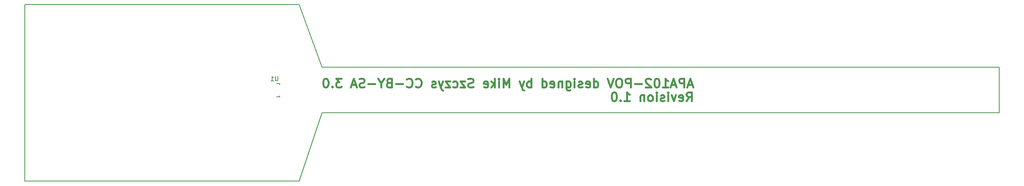
<source format=gbo>
G04 #@! TF.FileFunction,Legend,Bot*
%FSLAX46Y46*%
G04 Gerber Fmt 4.6, Leading zero omitted, Abs format (unit mm)*
G04 Created by KiCad (PCBNEW 0.201509111501+6183~30~ubuntu14.04.1-product) date Sun 13 Sep 2015 08:24:29 PM CDT*
%MOMM*%
G01*
G04 APERTURE LIST*
%ADD10C,0.100000*%
%ADD11C,0.400000*%
%ADD12C,0.150000*%
%ADD13C,4.464000*%
%ADD14C,1.700000*%
%ADD15R,1.700000X1.700000*%
%ADD16R,2.127200X2.127200*%
%ADD17O,2.127200X2.127200*%
%ADD18R,2.432000X2.432000*%
%ADD19O,2.432000X2.432000*%
%ADD20R,2.432000X2.127200*%
%ADD21O,2.432000X2.127200*%
%ADD22R,2.127200X2.432000*%
%ADD23O,2.127200X2.432000*%
%ADD24C,1.797000*%
%ADD25R,1.200100X1.200100*%
%ADD26R,3.400000X2.127200*%
%ADD27O,3.400000X2.127200*%
G04 APERTURE END LIST*
D10*
D11*
X178148286Y-102758762D02*
X178814953Y-101806381D01*
X179291144Y-102758762D02*
X179291144Y-100758762D01*
X178529239Y-100758762D01*
X178338763Y-100854000D01*
X178243524Y-100949238D01*
X178148286Y-101139714D01*
X178148286Y-101425429D01*
X178243524Y-101615905D01*
X178338763Y-101711143D01*
X178529239Y-101806381D01*
X179291144Y-101806381D01*
X176529239Y-102663524D02*
X176719715Y-102758762D01*
X177100667Y-102758762D01*
X177291144Y-102663524D01*
X177386382Y-102473048D01*
X177386382Y-101711143D01*
X177291144Y-101520667D01*
X177100667Y-101425429D01*
X176719715Y-101425429D01*
X176529239Y-101520667D01*
X176434001Y-101711143D01*
X176434001Y-101901619D01*
X177386382Y-102092095D01*
X175767334Y-101425429D02*
X175291143Y-102758762D01*
X174814953Y-101425429D01*
X174053048Y-102758762D02*
X174053048Y-101425429D01*
X174053048Y-100758762D02*
X174148286Y-100854000D01*
X174053048Y-100949238D01*
X173957809Y-100854000D01*
X174053048Y-100758762D01*
X174053048Y-100949238D01*
X173195905Y-102663524D02*
X173005428Y-102758762D01*
X172624476Y-102758762D01*
X172434000Y-102663524D01*
X172338762Y-102473048D01*
X172338762Y-102377810D01*
X172434000Y-102187333D01*
X172624476Y-102092095D01*
X172910190Y-102092095D01*
X173100667Y-101996857D01*
X173195905Y-101806381D01*
X173195905Y-101711143D01*
X173100667Y-101520667D01*
X172910190Y-101425429D01*
X172624476Y-101425429D01*
X172434000Y-101520667D01*
X171481619Y-102758762D02*
X171481619Y-101425429D01*
X171481619Y-100758762D02*
X171576857Y-100854000D01*
X171481619Y-100949238D01*
X171386380Y-100854000D01*
X171481619Y-100758762D01*
X171481619Y-100949238D01*
X170243523Y-102758762D02*
X170433999Y-102663524D01*
X170529238Y-102568286D01*
X170624476Y-102377810D01*
X170624476Y-101806381D01*
X170529238Y-101615905D01*
X170433999Y-101520667D01*
X170243523Y-101425429D01*
X169957809Y-101425429D01*
X169767333Y-101520667D01*
X169672095Y-101615905D01*
X169576857Y-101806381D01*
X169576857Y-102377810D01*
X169672095Y-102568286D01*
X169767333Y-102663524D01*
X169957809Y-102758762D01*
X170243523Y-102758762D01*
X168719714Y-101425429D02*
X168719714Y-102758762D01*
X168719714Y-101615905D02*
X168624475Y-101520667D01*
X168433999Y-101425429D01*
X168148285Y-101425429D01*
X167957809Y-101520667D01*
X167862571Y-101711143D01*
X167862571Y-102758762D01*
X164338760Y-102758762D02*
X165481618Y-102758762D01*
X164910189Y-102758762D02*
X164910189Y-100758762D01*
X165100665Y-101044476D01*
X165291141Y-101234952D01*
X165481618Y-101330190D01*
X163481618Y-102568286D02*
X163386379Y-102663524D01*
X163481618Y-102758762D01*
X163576856Y-102663524D01*
X163481618Y-102568286D01*
X163481618Y-102758762D01*
X162148284Y-100758762D02*
X161957808Y-100758762D01*
X161767332Y-100854000D01*
X161672094Y-100949238D01*
X161576856Y-101139714D01*
X161481617Y-101520667D01*
X161481617Y-101996857D01*
X161576856Y-102377810D01*
X161672094Y-102568286D01*
X161767332Y-102663524D01*
X161957808Y-102758762D01*
X162148284Y-102758762D01*
X162338760Y-102663524D01*
X162433998Y-102568286D01*
X162529237Y-102377810D01*
X162624475Y-101996857D01*
X162624475Y-101520667D01*
X162529237Y-101139714D01*
X162433998Y-100949238D01*
X162338760Y-100854000D01*
X162148284Y-100758762D01*
X179430004Y-99139333D02*
X178477623Y-99139333D01*
X179620480Y-99710762D02*
X178953813Y-97710762D01*
X178287146Y-99710762D01*
X177620480Y-99710762D02*
X177620480Y-97710762D01*
X176858575Y-97710762D01*
X176668099Y-97806000D01*
X176572860Y-97901238D01*
X176477622Y-98091714D01*
X176477622Y-98377429D01*
X176572860Y-98567905D01*
X176668099Y-98663143D01*
X176858575Y-98758381D01*
X177620480Y-98758381D01*
X175715718Y-99139333D02*
X174763337Y-99139333D01*
X175906194Y-99710762D02*
X175239527Y-97710762D01*
X174572860Y-99710762D01*
X172858574Y-99710762D02*
X174001432Y-99710762D01*
X173430003Y-99710762D02*
X173430003Y-97710762D01*
X173620479Y-97996476D01*
X173810955Y-98186952D01*
X174001432Y-98282190D01*
X171620479Y-97710762D02*
X171430003Y-97710762D01*
X171239527Y-97806000D01*
X171144289Y-97901238D01*
X171049051Y-98091714D01*
X170953812Y-98472667D01*
X170953812Y-98948857D01*
X171049051Y-99329810D01*
X171144289Y-99520286D01*
X171239527Y-99615524D01*
X171430003Y-99710762D01*
X171620479Y-99710762D01*
X171810955Y-99615524D01*
X171906193Y-99520286D01*
X172001432Y-99329810D01*
X172096670Y-98948857D01*
X172096670Y-98472667D01*
X172001432Y-98091714D01*
X171906193Y-97901238D01*
X171810955Y-97806000D01*
X171620479Y-97710762D01*
X170191908Y-97901238D02*
X170096670Y-97806000D01*
X169906193Y-97710762D01*
X169430003Y-97710762D01*
X169239527Y-97806000D01*
X169144289Y-97901238D01*
X169049050Y-98091714D01*
X169049050Y-98282190D01*
X169144289Y-98567905D01*
X170287146Y-99710762D01*
X169049050Y-99710762D01*
X168191908Y-98948857D02*
X166668098Y-98948857D01*
X165715718Y-99710762D02*
X165715718Y-97710762D01*
X164953813Y-97710762D01*
X164763337Y-97806000D01*
X164668098Y-97901238D01*
X164572860Y-98091714D01*
X164572860Y-98377429D01*
X164668098Y-98567905D01*
X164763337Y-98663143D01*
X164953813Y-98758381D01*
X165715718Y-98758381D01*
X163334765Y-97710762D02*
X162953813Y-97710762D01*
X162763337Y-97806000D01*
X162572860Y-97996476D01*
X162477622Y-98377429D01*
X162477622Y-99044095D01*
X162572860Y-99425048D01*
X162763337Y-99615524D01*
X162953813Y-99710762D01*
X163334765Y-99710762D01*
X163525241Y-99615524D01*
X163715718Y-99425048D01*
X163810956Y-99044095D01*
X163810956Y-98377429D01*
X163715718Y-97996476D01*
X163525241Y-97806000D01*
X163334765Y-97710762D01*
X161906194Y-97710762D02*
X161239527Y-99710762D01*
X160572860Y-97710762D01*
X157525241Y-99710762D02*
X157525241Y-97710762D01*
X157525241Y-99615524D02*
X157715717Y-99710762D01*
X158096669Y-99710762D01*
X158287145Y-99615524D01*
X158382384Y-99520286D01*
X158477622Y-99329810D01*
X158477622Y-98758381D01*
X158382384Y-98567905D01*
X158287145Y-98472667D01*
X158096669Y-98377429D01*
X157715717Y-98377429D01*
X157525241Y-98472667D01*
X155810955Y-99615524D02*
X156001431Y-99710762D01*
X156382383Y-99710762D01*
X156572860Y-99615524D01*
X156668098Y-99425048D01*
X156668098Y-98663143D01*
X156572860Y-98472667D01*
X156382383Y-98377429D01*
X156001431Y-98377429D01*
X155810955Y-98472667D01*
X155715717Y-98663143D01*
X155715717Y-98853619D01*
X156668098Y-99044095D01*
X154953812Y-99615524D02*
X154763335Y-99710762D01*
X154382383Y-99710762D01*
X154191907Y-99615524D01*
X154096669Y-99425048D01*
X154096669Y-99329810D01*
X154191907Y-99139333D01*
X154382383Y-99044095D01*
X154668097Y-99044095D01*
X154858574Y-98948857D01*
X154953812Y-98758381D01*
X154953812Y-98663143D01*
X154858574Y-98472667D01*
X154668097Y-98377429D01*
X154382383Y-98377429D01*
X154191907Y-98472667D01*
X153239526Y-99710762D02*
X153239526Y-98377429D01*
X153239526Y-97710762D02*
X153334764Y-97806000D01*
X153239526Y-97901238D01*
X153144287Y-97806000D01*
X153239526Y-97710762D01*
X153239526Y-97901238D01*
X151430002Y-98377429D02*
X151430002Y-99996476D01*
X151525240Y-100186952D01*
X151620478Y-100282190D01*
X151810954Y-100377429D01*
X152096668Y-100377429D01*
X152287145Y-100282190D01*
X151430002Y-99615524D02*
X151620478Y-99710762D01*
X152001430Y-99710762D01*
X152191906Y-99615524D01*
X152287145Y-99520286D01*
X152382383Y-99329810D01*
X152382383Y-98758381D01*
X152287145Y-98567905D01*
X152191906Y-98472667D01*
X152001430Y-98377429D01*
X151620478Y-98377429D01*
X151430002Y-98472667D01*
X150477621Y-98377429D02*
X150477621Y-99710762D01*
X150477621Y-98567905D02*
X150382382Y-98472667D01*
X150191906Y-98377429D01*
X149906192Y-98377429D01*
X149715716Y-98472667D01*
X149620478Y-98663143D01*
X149620478Y-99710762D01*
X147906192Y-99615524D02*
X148096668Y-99710762D01*
X148477620Y-99710762D01*
X148668097Y-99615524D01*
X148763335Y-99425048D01*
X148763335Y-98663143D01*
X148668097Y-98472667D01*
X148477620Y-98377429D01*
X148096668Y-98377429D01*
X147906192Y-98472667D01*
X147810954Y-98663143D01*
X147810954Y-98853619D01*
X148763335Y-99044095D01*
X146096668Y-99710762D02*
X146096668Y-97710762D01*
X146096668Y-99615524D02*
X146287144Y-99710762D01*
X146668096Y-99710762D01*
X146858572Y-99615524D01*
X146953811Y-99520286D01*
X147049049Y-99329810D01*
X147049049Y-98758381D01*
X146953811Y-98567905D01*
X146858572Y-98472667D01*
X146668096Y-98377429D01*
X146287144Y-98377429D01*
X146096668Y-98472667D01*
X143620477Y-99710762D02*
X143620477Y-97710762D01*
X143620477Y-98472667D02*
X143430000Y-98377429D01*
X143049048Y-98377429D01*
X142858572Y-98472667D01*
X142763334Y-98567905D01*
X142668096Y-98758381D01*
X142668096Y-99329810D01*
X142763334Y-99520286D01*
X142858572Y-99615524D01*
X143049048Y-99710762D01*
X143430000Y-99710762D01*
X143620477Y-99615524D01*
X142001429Y-98377429D02*
X141525238Y-99710762D01*
X141049048Y-98377429D02*
X141525238Y-99710762D01*
X141715714Y-100186952D01*
X141810953Y-100282190D01*
X142001429Y-100377429D01*
X138763333Y-99710762D02*
X138763333Y-97710762D01*
X138096666Y-99139333D01*
X137429999Y-97710762D01*
X137429999Y-99710762D01*
X136477619Y-99710762D02*
X136477619Y-98377429D01*
X136477619Y-97710762D02*
X136572857Y-97806000D01*
X136477619Y-97901238D01*
X136382380Y-97806000D01*
X136477619Y-97710762D01*
X136477619Y-97901238D01*
X135525238Y-99710762D02*
X135525238Y-97710762D01*
X135334761Y-98948857D02*
X134763333Y-99710762D01*
X134763333Y-98377429D02*
X135525238Y-99139333D01*
X133144285Y-99615524D02*
X133334761Y-99710762D01*
X133715713Y-99710762D01*
X133906190Y-99615524D01*
X134001428Y-99425048D01*
X134001428Y-98663143D01*
X133906190Y-98472667D01*
X133715713Y-98377429D01*
X133334761Y-98377429D01*
X133144285Y-98472667D01*
X133049047Y-98663143D01*
X133049047Y-98853619D01*
X134001428Y-99044095D01*
X130763332Y-99615524D02*
X130477617Y-99710762D01*
X130001427Y-99710762D01*
X129810951Y-99615524D01*
X129715713Y-99520286D01*
X129620474Y-99329810D01*
X129620474Y-99139333D01*
X129715713Y-98948857D01*
X129810951Y-98853619D01*
X130001427Y-98758381D01*
X130382379Y-98663143D01*
X130572855Y-98567905D01*
X130668094Y-98472667D01*
X130763332Y-98282190D01*
X130763332Y-98091714D01*
X130668094Y-97901238D01*
X130572855Y-97806000D01*
X130382379Y-97710762D01*
X129906189Y-97710762D01*
X129620474Y-97806000D01*
X128953808Y-98377429D02*
X127906189Y-98377429D01*
X128953808Y-99710762D01*
X127906189Y-99710762D01*
X126287141Y-99615524D02*
X126477617Y-99710762D01*
X126858569Y-99710762D01*
X127049045Y-99615524D01*
X127144284Y-99520286D01*
X127239522Y-99329810D01*
X127239522Y-98758381D01*
X127144284Y-98567905D01*
X127049045Y-98472667D01*
X126858569Y-98377429D01*
X126477617Y-98377429D01*
X126287141Y-98472667D01*
X125620474Y-98377429D02*
X124572855Y-98377429D01*
X125620474Y-99710762D01*
X124572855Y-99710762D01*
X124001426Y-98377429D02*
X123525235Y-99710762D01*
X123049045Y-98377429D02*
X123525235Y-99710762D01*
X123715711Y-100186952D01*
X123810950Y-100282190D01*
X124001426Y-100377429D01*
X122382378Y-99615524D02*
X122191901Y-99710762D01*
X121810949Y-99710762D01*
X121620473Y-99615524D01*
X121525235Y-99425048D01*
X121525235Y-99329810D01*
X121620473Y-99139333D01*
X121810949Y-99044095D01*
X122096663Y-99044095D01*
X122287140Y-98948857D01*
X122382378Y-98758381D01*
X122382378Y-98663143D01*
X122287140Y-98472667D01*
X122096663Y-98377429D01*
X121810949Y-98377429D01*
X121620473Y-98472667D01*
X118001424Y-99520286D02*
X118096662Y-99615524D01*
X118382377Y-99710762D01*
X118572853Y-99710762D01*
X118858567Y-99615524D01*
X119049043Y-99425048D01*
X119144282Y-99234571D01*
X119239520Y-98853619D01*
X119239520Y-98567905D01*
X119144282Y-98186952D01*
X119049043Y-97996476D01*
X118858567Y-97806000D01*
X118572853Y-97710762D01*
X118382377Y-97710762D01*
X118096662Y-97806000D01*
X118001424Y-97901238D01*
X116001424Y-99520286D02*
X116096662Y-99615524D01*
X116382377Y-99710762D01*
X116572853Y-99710762D01*
X116858567Y-99615524D01*
X117049043Y-99425048D01*
X117144282Y-99234571D01*
X117239520Y-98853619D01*
X117239520Y-98567905D01*
X117144282Y-98186952D01*
X117049043Y-97996476D01*
X116858567Y-97806000D01*
X116572853Y-97710762D01*
X116382377Y-97710762D01*
X116096662Y-97806000D01*
X116001424Y-97901238D01*
X115144282Y-98948857D02*
X113620472Y-98948857D01*
X112001425Y-98663143D02*
X111715711Y-98758381D01*
X111620472Y-98853619D01*
X111525234Y-99044095D01*
X111525234Y-99329810D01*
X111620472Y-99520286D01*
X111715711Y-99615524D01*
X111906187Y-99710762D01*
X112668092Y-99710762D01*
X112668092Y-97710762D01*
X112001425Y-97710762D01*
X111810949Y-97806000D01*
X111715711Y-97901238D01*
X111620472Y-98091714D01*
X111620472Y-98282190D01*
X111715711Y-98472667D01*
X111810949Y-98567905D01*
X112001425Y-98663143D01*
X112668092Y-98663143D01*
X110287139Y-98758381D02*
X110287139Y-99710762D01*
X110953806Y-97710762D02*
X110287139Y-98758381D01*
X109620472Y-97710762D01*
X108953806Y-98948857D02*
X107429996Y-98948857D01*
X106572854Y-99615524D02*
X106287139Y-99710762D01*
X105810949Y-99710762D01*
X105620473Y-99615524D01*
X105525235Y-99520286D01*
X105429996Y-99329810D01*
X105429996Y-99139333D01*
X105525235Y-98948857D01*
X105620473Y-98853619D01*
X105810949Y-98758381D01*
X106191901Y-98663143D01*
X106382377Y-98567905D01*
X106477616Y-98472667D01*
X106572854Y-98282190D01*
X106572854Y-98091714D01*
X106477616Y-97901238D01*
X106382377Y-97806000D01*
X106191901Y-97710762D01*
X105715711Y-97710762D01*
X105429996Y-97806000D01*
X104668092Y-99139333D02*
X103715711Y-99139333D01*
X104858568Y-99710762D02*
X104191901Y-97710762D01*
X103525234Y-99710762D01*
X101525234Y-97710762D02*
X100287138Y-97710762D01*
X100953805Y-98472667D01*
X100668091Y-98472667D01*
X100477615Y-98567905D01*
X100382377Y-98663143D01*
X100287138Y-98853619D01*
X100287138Y-99329810D01*
X100382377Y-99520286D01*
X100477615Y-99615524D01*
X100668091Y-99710762D01*
X101239519Y-99710762D01*
X101429996Y-99615524D01*
X101525234Y-99520286D01*
X99429996Y-99520286D02*
X99334757Y-99615524D01*
X99429996Y-99710762D01*
X99525234Y-99615524D01*
X99429996Y-99520286D01*
X99429996Y-99710762D01*
X98096662Y-97710762D02*
X97906186Y-97710762D01*
X97715710Y-97806000D01*
X97620472Y-97901238D01*
X97525234Y-98091714D01*
X97429995Y-98472667D01*
X97429995Y-98948857D01*
X97525234Y-99329810D01*
X97620472Y-99520286D01*
X97715710Y-99615524D01*
X97906186Y-99710762D01*
X98096662Y-99710762D01*
X98287138Y-99615524D01*
X98382376Y-99520286D01*
X98477615Y-99329810D01*
X98572853Y-98948857D01*
X98572853Y-98472667D01*
X98477615Y-98091714D01*
X98382376Y-97901238D01*
X98287138Y-97806000D01*
X98096662Y-97710762D01*
D12*
X97155000Y-105410000D02*
X92075000Y-120650000D01*
X97155000Y-95250000D02*
X92075000Y-81280000D01*
X247650000Y-105410000D02*
X97155000Y-105410000D01*
X247650000Y-95250000D02*
X247650000Y-105410000D01*
X97155000Y-95250000D02*
X247650000Y-95250000D01*
X31115000Y-120650000D02*
X31115000Y-81290000D01*
X92075000Y-120650000D02*
X31115000Y-120650000D01*
X31115000Y-81280000D02*
X92075000Y-81280000D01*
X87772240Y-99030840D02*
X87772240Y-99079100D01*
X87071200Y-101829820D02*
X87772240Y-101829820D01*
X87772240Y-101829820D02*
X87772240Y-101580900D01*
X87772240Y-99030840D02*
X87772240Y-98830180D01*
X87772240Y-98830180D02*
X87071200Y-98830180D01*
X87375905Y-97242381D02*
X87375905Y-98051905D01*
X87328286Y-98147143D01*
X87280667Y-98194762D01*
X87185429Y-98242381D01*
X86994952Y-98242381D01*
X86899714Y-98194762D01*
X86852095Y-98147143D01*
X86804476Y-98051905D01*
X86804476Y-97242381D01*
X85804476Y-98242381D02*
X86375905Y-98242381D01*
X86090191Y-98242381D02*
X86090191Y-97242381D01*
X86185429Y-97385238D01*
X86280667Y-97480476D01*
X86375905Y-97528095D01*
%LPC*%
D13*
X88900000Y-85090000D03*
X88900000Y-116840000D03*
X34925000Y-116840000D03*
D14*
X89916000Y-106720000D03*
D15*
X89916000Y-109220000D03*
D16*
X79248000Y-113284000D03*
D17*
X79248000Y-115824000D03*
X76708000Y-113284000D03*
X76708000Y-115824000D03*
X74168000Y-113284000D03*
X74168000Y-115824000D03*
D18*
X35560000Y-103505000D03*
D19*
X35560000Y-106045000D03*
D18*
X41910000Y-105410000D03*
D19*
X44450000Y-105410000D03*
D20*
X35560000Y-92710000D03*
D21*
X35560000Y-95250000D03*
X35560000Y-97790000D03*
D22*
X82296000Y-85344000D03*
D23*
X79756000Y-85344000D03*
X77216000Y-85344000D03*
X74676000Y-85344000D03*
X72136000Y-85344000D03*
X69596000Y-85344000D03*
D24*
X43688000Y-110998000D03*
X48768000Y-110998000D03*
X43688000Y-118618000D03*
X48768000Y-118618000D03*
X53340000Y-110998000D03*
X58420000Y-110998000D03*
X53340000Y-118618000D03*
X58420000Y-118618000D03*
X62992000Y-110998000D03*
X68072000Y-110998000D03*
X62992000Y-118618000D03*
X68072000Y-118618000D03*
X56769000Y-90424000D03*
X56769000Y-85344000D03*
X64389000Y-90424000D03*
X64389000Y-85344000D03*
D25*
X86121240Y-101280000D03*
X86121240Y-99380000D03*
X88120220Y-100330000D03*
D26*
X43180000Y-85725000D03*
D27*
X43180000Y-88265000D03*
X43180000Y-90805000D03*
D13*
X34925000Y-85090000D03*
M02*

</source>
